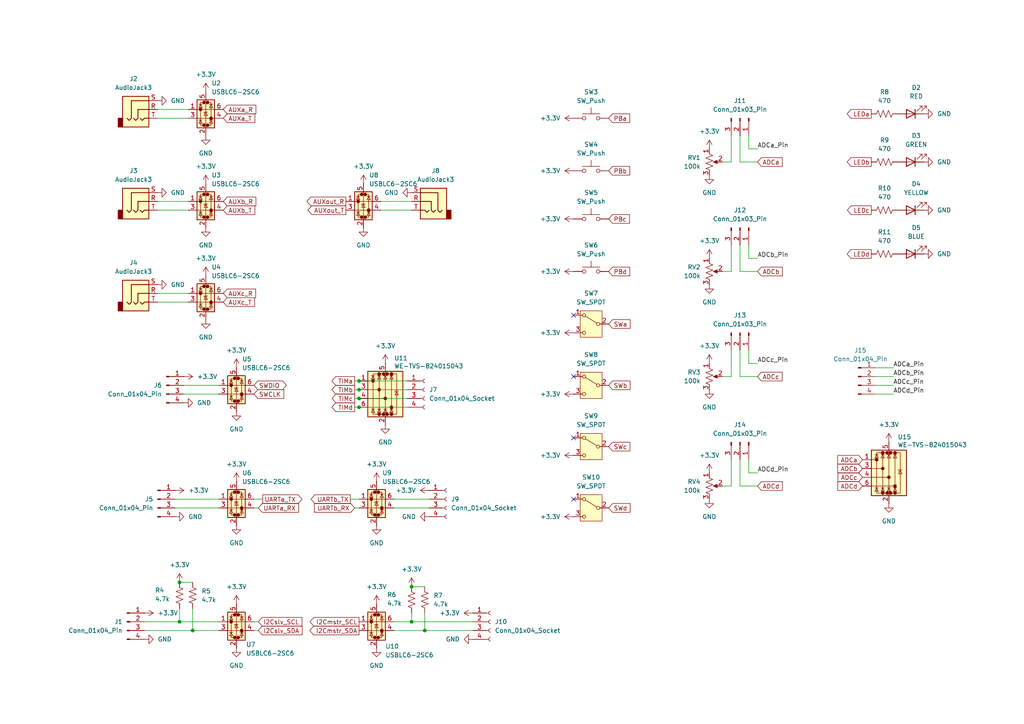
<source format=kicad_sch>
(kicad_sch (version 20250114) (generator "eeschema") (generator_version "9.0")
  (paper "A4")
  (lib_symbols
    (symbol "Connector:Conn_01x03_Pin" (pin_names (offset 1.016) (hide yes))
      (property "Reference" "J" (at 0 5.08 0))
      (property "Value" "Conn_01x03_Pin" (at 0 -5.08 0))
      (symbol "Conn_01x03_Pin_1_1"
        (pin passive line (at 5.08 2.54 180) (length 3.81) (name "Pin_1") (number "1"))
        (pin passive line (at 5.08 0 180) (length 3.81) (name "Pin_2") (number "2"))
        (pin passive line (at 5.08 -2.54 180) (length 3.81) (name "Pin_3") (number "3"))
      )
    )
    (symbol "Connector:Conn_01x04_Pin" (pin_names (offset 1.016) (hide yes))
      (property "Reference" "J" (at 0 5.08 0))
      (property "Value" "Conn_01x04_Pin" (at 0 -7.62 0))
      (symbol "Conn_01x04_Pin_1_1"
        (pin passive line (at 5.08 2.54 180) (length 3.81) (name "Pin_1") (number "1"))
        (pin passive line (at 5.08 0 180) (length 3.81) (name "Pin_2") (number "2"))
        (pin passive line (at 5.08 -2.54 180) (length 3.81) (name "Pin_3") (number "3"))
        (pin passive line (at 5.08 -5.08 180) (length 3.81) (name "Pin_4") (number "4"))
      )
    )
    (symbol "Connector:Conn_01x04_Socket" (pin_names (offset 1.016) (hide yes))
      (property "Reference" "J" (at 0 5.08 0))
      (property "Value" "Conn_01x04_Socket" (at 0 -7.62 0))
      (symbol "Conn_01x04_Socket_1_1"
        (pin passive line (at -5.08 2.54 0) (length 3.81) (name "Pin_1") (number "1"))
        (pin passive line (at -5.08 0 0) (length 3.81) (name "Pin_2") (number "2"))
        (pin passive line (at -5.08 -2.54 0) (length 3.81) (name "Pin_3") (number "3"))
        (pin passive line (at -5.08 -5.08 0) (length 3.81) (name "Pin_4") (number "4"))
      )
    )
    (symbol "Connector_Audio:AudioJack3"
      (property "Reference" "J" (at 0 8.89 0))
      (property "Value" "AudioJack3" (at 0 6.35 0))
      (symbol "AudioJack3_1_1"
        (pin passive line (at 5.08 2.54 180) (length 2.54) (name "~") (number "S"))
        (pin passive line (at 5.08 0 180) (length 2.54) (name "~") (number "R"))
        (pin passive line (at 5.08 -2.54 180) (length 2.54) (name "~") (number "T"))
      )
    )
    (symbol "Device:LED" (pin_numbers (hide yes)) (pin_names (offset 1.016) (hide yes))
      (property "Reference" "D" (at 0 2.54 0))
      (property "Value" "LED" (at 0 -2.54 0))
      (symbol "LED_1_1"
        (pin passive line (at -3.81 0 0) (length 2.54) (name "K") (number "1"))
        (pin passive line (at 3.81 0 180) (length 2.54) (name "A") (number "2"))
      )
    )
    (symbol "Device:R_Potentiometer_US" (pin_names (offset 1.016) (hide yes))
      (property "Reference" "RV" (at -4.445 0 90))
      (property "Value" "R_Potentiometer_US" (at -2.54 0 90))
      (symbol "R_Potentiometer_US_1_1"
        (pin passive line (at 0 3.81 270) (length 1.27) (name "1") (number "1"))
        (pin passive line (at 0 -3.81 90) (length 1.27) (name "3") (number "3"))
        (pin passive line (at 3.81 0 180) (length 1.27) (name "2") (number "2"))
      )
    )
    (symbol "Device:R_US" (pin_numbers (hide yes)) (pin_names (offset 0))
      (property "Reference" "R" (at 2.54 0 90))
      (property "Value" "R_US" (at -2.54 0 90))
      (symbol "R_US_1_1"
        (pin passive line (at 0 3.81 270) (length 1.27) (name "~") (number "1"))
        (pin passive line (at 0 -3.81 90) (length 1.27) (name "~") (number "2"))
      )
    )
    (symbol "Power_Protection:USBLC6-2SC6" (pin_names (hide yes))
      (property "Reference" "U" (at 0.635 5.715 0))
      (property "Value" "USBLC6-2SC6" (at 0.635 3.81 0))
      (symbol "USBLC6-2SC6_1_1"
        (pin passive line (at -5.08 0 0) (length 2.54) (name "I/O1") (number "1"))
        (pin passive line (at -5.08 -2.54 0) (length 2.54) (name "I/O2") (number "3"))
        (pin passive line (at 0 5.08 270) (length 2.54) (name "VBUS") (number "5"))
        (pin passive line (at 0 -7.62 90) (length 2.54) (name "GND") (number "2"))
        (pin passive line (at 5.08 0 180) (length 2.54) (name "I/O1") (number "6"))
        (pin passive line (at 5.08 -2.54 180) (length 2.54) (name "I/O2") (number "4"))
      )
    )
    (symbol "Power_Protection:WE-TVS-824015043" (pin_names (hide yes))
      (property "Reference" "U" (at 0 12.7 0))
      (property "Value" "WE-TVS-824015043" (at 0 10.16 0))
      (symbol "WE-TVS-824015043_1_1"
        (pin passive line (at -7.62 2.54 0) (length 2.54) (name "I/O1") (number "1"))
        (pin passive line (at -7.62 0 0) (length 2.54) (name "I/O2") (number "3"))
        (pin passive line (at -7.62 -2.54 0) (length 2.54) (name "I/O3") (number "4"))
        (pin passive line (at -7.62 -5.08 0) (length 2.54) (name "I/O4") (number "6"))
        (pin passive line (at 0 7.62 270) (length 2.54) (name "VBUS") (number "5"))
        (pin passive line (at 0 -10.16 90) (length 2.54) (name "GND") (number "2"))
      )
    )
    (symbol "Switch:SW_Push" (pin_numbers (hide yes)) (pin_names (offset 1.016) (hide yes))
      (property "Reference" "SW" (at 1.27 2.54 0))
      (property "Value" "SW_Push" (at 0 -1.524 0))
      (symbol "SW_Push_0_1"
        (pin passive line (at -5.08 0 0) (length 2.54) (name "1") (number "1"))
        (pin passive line (at 5.08 0 180) (length 2.54) (name "2") (number "2"))
      )
    )
    (symbol "Switch:SW_SPDT" (pin_names (offset 0) (hide yes))
      (property "Reference" "SW" (at 0 5.08 0))
      (property "Value" "SW_SPDT" (at 0 -5.08 0))
      (symbol "SW_SPDT_1_1"
        (pin passive line (at -5.08 0 0) (length 2.54) (name "B") (number "2"))
        (pin passive line (at 5.08 2.54 180) (length 2.54) (name "A") (number "1"))
        (pin passive line (at 5.08 -2.54 180) (length 2.54) (name "C") (number "3"))
      )
    )
    (symbol "power:+3.3V" (power) (pin_numbers (hide yes)) (pin_names (offset 0) (hide yes))
      (property "Value" "+3.3V" (at 0 3.556 0))
      (symbol "+3.3V_1_1"
        (pin power_in line (at 0 0 90) (length 0) (name "~") (number "1"))
      )
    )
    (symbol "power:GND" (power) (pin_numbers (hide yes)) (pin_names (offset 0) (hide yes))
      (property "Value" "GND" (at 0 -3.81 0))
      (symbol "GND_1_1"
        (pin power_in line (at 0 0 270) (length 0) (name "~") (number "1"))
      )
    )
  )
  (junction (at 119.38 180.34))
  (junction (at 104.14 115.57))
  (junction (at 104.14 110.49))
  (junction (at 119.38 170.18))
  (junction (at 55.88 182.88))
  (junction (at 123.19 182.88))
  (junction (at 52.07 180.34))
  (junction (at 104.14 118.11))
  (junction (at 52.07 168.91))
  (junction (at 104.14 113.03))
  (no_connect (at 166.37 91.44))
  (no_connect (at 166.37 127))
  (no_connect (at 166.37 144.78))
  (no_connect (at 166.37 109.22))
  (wire (pts (xy 217.17 105.41) (xy 217.17 101.6)))
  (wire (pts (xy 119.38 180.34) (xy 137.16 180.34)))
  (wire (pts (xy 214.63 46.99) (xy 219.71 46.99)))
  (wire (pts (xy 55.88 176.53) (xy 55.88 182.88)))
  (wire (pts (xy 217.17 137.16) (xy 217.17 133.35)))
  (wire (pts (xy 73.66 147.32) (xy 74.93 147.32)))
  (wire (pts (xy 63.5 111.76) (xy 53.34 111.76)))
  (wire (pts (xy 259.08 106.68) (xy 254 106.68)))
  (wire (pts (xy 114.3 144.78) (xy 124.46 144.78)))
  (wire (pts (xy 114.3 180.34) (xy 119.38 180.34)))
  (wire (pts (xy 219.71 137.16) (xy 217.17 137.16)))
  (wire (pts (xy 118.11 115.57) (xy 104.14 115.57)))
  (wire (pts (xy 212.09 133.35) (xy 212.09 140.97)))
  (wire (pts (xy 54.61 34.29) (xy 45.72 34.29)))
  (wire (pts (xy 214.63 109.22) (xy 219.71 109.22)))
  (wire (pts (xy 119.38 177.8) (xy 119.38 180.34)))
  (wire (pts (xy 102.87 147.32) (xy 104.14 147.32)))
  (wire (pts (xy 54.61 58.42) (xy 45.72 58.42)))
  (wire (pts (xy 118.11 113.03) (xy 104.14 113.03)))
  (wire (pts (xy 63.5 114.3) (xy 53.34 114.3)))
  (wire (pts (xy 63.5 144.78) (xy 50.8 144.78)))
  (wire (pts (xy 52.07 176.53) (xy 52.07 180.34)))
  (wire (pts (xy 104.14 110.49) (xy 102.87 110.49)))
  (wire (pts (xy 217.17 74.93) (xy 217.17 71.12)))
  (wire (pts (xy 123.19 177.8) (xy 123.19 182.88)))
  (wire (pts (xy 119.38 60.96) (xy 110.49 60.96)))
  (wire (pts (xy 259.08 111.76) (xy 254 111.76)))
  (wire (pts (xy 214.63 71.12) (xy 214.63 78.74)))
  (wire (pts (xy 212.09 78.74) (xy 209.55 78.74)))
  (wire (pts (xy 214.63 78.74) (xy 219.71 78.74)))
  (wire (pts (xy 76.2 144.78) (xy 73.66 144.78)))
  (wire (pts (xy 214.63 39.37) (xy 214.63 46.99)))
  (wire (pts (xy 259.08 114.3) (xy 254 114.3)))
  (wire (pts (xy 54.61 85.09) (xy 45.72 85.09)))
  (wire (pts (xy 54.61 31.75) (xy 45.72 31.75)))
  (wire (pts (xy 214.63 133.35) (xy 214.63 140.97)))
  (wire (pts (xy 118.11 118.11) (xy 104.14 118.11)))
  (wire (pts (xy 54.61 87.63) (xy 45.72 87.63)))
  (wire (pts (xy 50.8 147.32) (xy 63.5 147.32)))
  (wire (pts (xy 41.91 182.88) (xy 55.88 182.88)))
  (wire (pts (xy 212.09 101.6) (xy 212.09 109.22)))
  (wire (pts (xy 114.3 182.88) (xy 123.19 182.88)))
  (wire (pts (xy 123.19 182.88) (xy 137.16 182.88)))
  (wire (pts (xy 52.07 180.34) (xy 41.91 180.34)))
  (wire (pts (xy 104.14 115.57) (xy 102.87 115.57)))
  (wire (pts (xy 259.08 109.22) (xy 254 109.22)))
  (wire (pts (xy 74.93 180.34) (xy 73.66 180.34)))
  (wire (pts (xy 118.11 110.49) (xy 104.14 110.49)))
  (wire (pts (xy 219.71 74.93) (xy 217.17 74.93)))
  (wire (pts (xy 52.07 168.91) (xy 55.88 168.91)))
  (wire (pts (xy 212.09 46.99) (xy 209.55 46.99)))
  (wire (pts (xy 214.63 140.97) (xy 219.71 140.97)))
  (wire (pts (xy 214.63 101.6) (xy 214.63 109.22)))
  (wire (pts (xy 114.3 147.32) (xy 124.46 147.32)))
  (wire (pts (xy 212.09 39.37) (xy 212.09 46.99)))
  (wire (pts (xy 119.38 58.42) (xy 110.49 58.42)))
  (wire (pts (xy 119.38 170.18) (xy 123.19 170.18)))
  (wire (pts (xy 212.09 71.12) (xy 212.09 78.74)))
  (wire (pts (xy 52.07 180.34) (xy 63.5 180.34)))
  (wire (pts (xy 54.61 60.96) (xy 45.72 60.96)))
  (wire (pts (xy 104.14 118.11) (xy 102.87 118.11)))
  (wire (pts (xy 219.71 105.41) (xy 217.17 105.41)))
  (wire (pts (xy 212.09 109.22) (xy 209.55 109.22)))
  (wire (pts (xy 104.14 113.03) (xy 102.87 113.03)))
  (wire (pts (xy 217.17 43.18) (xy 217.17 39.37)))
  (wire (pts (xy 73.66 182.88) (xy 74.93 182.88)))
  (wire (pts (xy 219.71 43.18) (xy 217.17 43.18)))
  (wire (pts (xy 212.09 140.97) (xy 209.55 140.97)))
  (wire (pts (xy 55.88 182.88) (xy 63.5 182.88)))
  (wire (pts (xy 101.6 144.78) (xy 104.14 144.78)))
  (label "ADCc_Pin" (at 219.71 105.41 0))
  (label "ADCc_Pin" (at 259.08 111.76 0))
  (label "ADCb_Pin" (at 259.08 109.22 0))
  (label "ADCd_Pin" (at 219.71 137.16 0))
  (label "ADCd_Pin" (at 259.08 114.3 0))
  (label "ADCa_Pin" (at 219.71 43.18 0))
  (label "ADCb_Pin" (at 219.71 74.93 0))
  (label "ADCa_Pin" (at 259.08 106.68 0))
  (global_label "SWDIO" (shape bidirectional) (at 73.66 111.76 0) (property "Intersheetrefs" "${INTERSHEET_REFS}" (effects (hide yes))))
  (global_label "TIMb" (shape output) (at 102.87 113.03 180) (property "Intersheetrefs" "${INTERSHEET_REFS}" (effects (hide yes))))
  (global_label "UARTa_RX" (shape input) (at 74.93 147.32 0) (property "Intersheetrefs" "${INTERSHEET_REFS}" (effects (hide yes))))
  (global_label "AUXout_T" (shape output) (at 100.33 60.96 180) (property "Intersheetrefs" "${INTERSHEET_REFS}" (effects (hide yes))))
  (global_label "SWa" (shape input) (at 176.53 93.98 0) (property "Intersheetrefs" "${INTERSHEET_REFS}" (effects (hide yes))))
  (global_label "TIMc" (shape output) (at 102.87 115.57 180) (property "Intersheetrefs" "${INTERSHEET_REFS}" (effects (hide yes))))
  (global_label "LEDb" (shape output) (at 252.73 46.99 180) (property "Intersheetrefs" "${INTERSHEET_REFS}" (effects (hide yes))))
  (global_label "AUXc_T" (shape input) (at 64.77 87.63 0) (property "Intersheetrefs" "${INTERSHEET_REFS}" (effects (hide yes))))
  (global_label "ADCa" (shape input) (at 219.71 46.99 0) (property "Intersheetrefs" "${INTERSHEET_REFS}" (effects (hide yes))))
  (global_label "UARTb_RX" (shape input) (at 102.87 147.32 180) (property "Intersheetrefs" "${INTERSHEET_REFS}" (effects (hide yes))))
  (global_label "I2Cslv_SDA" (shape input) (at 74.93 182.88 0) (property "Intersheetrefs" "${INTERSHEET_REFS}" (effects (hide yes))))
  (global_label "UARTa_TX" (shape output) (at 76.2 144.78 0) (property "Intersheetrefs" "${INTERSHEET_REFS}" (effects (hide yes))))
  (global_label "I2Cmstr_SDA" (shape output) (at 104.14 182.88 180) (property "Intersheetrefs" "${INTERSHEET_REFS}" (effects (hide yes))))
  (global_label "I2Cmstr_SCL" (shape output) (at 104.14 180.34 180) (property "Intersheetrefs" "${INTERSHEET_REFS}" (effects (hide yes))))
  (global_label "AUXa_T" (shape input) (at 64.77 34.29 0) (property "Intersheetrefs" "${INTERSHEET_REFS}" (effects (hide yes))))
  (global_label "ADCb" (shape input) (at 250.19 135.89 180) (property "Intersheetrefs" "${INTERSHEET_REFS}" (effects (hide yes))))
  (global_label "PBc" (shape input) (at 176.53 63.5 0) (property "Intersheetrefs" "${INTERSHEET_REFS}" (effects (hide yes))))
  (global_label "SWd" (shape input) (at 176.53 147.32 0) (property "Intersheetrefs" "${INTERSHEET_REFS}" (effects (hide yes))))
  (global_label "ADCc" (shape input) (at 219.71 109.22 0) (property "Intersheetrefs" "${INTERSHEET_REFS}" (effects (hide yes))))
  (global_label "ADCd" (shape input) (at 250.19 140.97 180) (property "Intersheetrefs" "${INTERSHEET_REFS}" (effects (hide yes))))
  (global_label "LEDc" (shape output) (at 252.73 60.96 180) (property "Intersheetrefs" "${INTERSHEET_REFS}" (effects (hide yes))))
  (global_label "AUXb_T" (shape input) (at 64.77 60.96 0) (property "Intersheetrefs" "${INTERSHEET_REFS}" (effects (hide yes))))
  (global_label "ADCd" (shape input) (at 219.71 140.97 0) (property "Intersheetrefs" "${INTERSHEET_REFS}" (effects (hide yes))))
  (global_label "TIMd" (shape output) (at 102.87 118.11 180) (property "Intersheetrefs" "${INTERSHEET_REFS}" (effects (hide yes))))
  (global_label "AUXa_R" (shape input) (at 64.77 31.75 0) (property "Intersheetrefs" "${INTERSHEET_REFS}" (effects (hide yes))))
  (global_label "SWc" (shape input) (at 176.53 129.54 0) (property "Intersheetrefs" "${INTERSHEET_REFS}" (effects (hide yes))))
  (global_label "SWCLK" (shape input) (at 73.66 114.3 0) (property "Intersheetrefs" "${INTERSHEET_REFS}" (effects (hide yes))))
  (global_label "AUXb_R" (shape input) (at 64.77 58.42 0) (property "Intersheetrefs" "${INTERSHEET_REFS}" (effects (hide yes))))
  (global_label "LEDd" (shape output) (at 252.73 73.66 180) (property "Intersheetrefs" "${INTERSHEET_REFS}" (effects (hide yes))))
  (global_label "PBa" (shape input) (at 176.53 34.29 0) (property "Intersheetrefs" "${INTERSHEET_REFS}" (effects (hide yes))))
  (global_label "AUXc_R" (shape input) (at 64.77 85.09 0) (property "Intersheetrefs" "${INTERSHEET_REFS}" (effects (hide yes))))
  (global_label "AUXout_R" (shape output) (at 100.33 58.42 180) (property "Intersheetrefs" "${INTERSHEET_REFS}" (effects (hide yes))))
  (global_label "TIMa" (shape output) (at 102.87 110.49 180) (property "Intersheetrefs" "${INTERSHEET_REFS}" (effects (hide yes))))
  (global_label "ADCa" (shape input) (at 250.19 133.35 180) (property "Intersheetrefs" "${INTERSHEET_REFS}" (effects (hide yes))))
  (global_label "ADCb" (shape input) (at 219.71 78.74 0) (property "Intersheetrefs" "${INTERSHEET_REFS}" (effects (hide yes))))
  (global_label "UARTb_TX" (shape output) (at 101.6 144.78 180) (property "Intersheetrefs" "${INTERSHEET_REFS}" (effects (hide yes))))
  (global_label "LEDa" (shape output) (at 252.73 33.02 180) (property "Intersheetrefs" "${INTERSHEET_REFS}" (effects (hide yes))))
  (global_label "SWb" (shape input) (at 176.53 111.76 0) (property "Intersheetrefs" "${INTERSHEET_REFS}" (effects (hide yes))))
  (global_label "PBd" (shape input) (at 176.53 78.74 0) (property "Intersheetrefs" "${INTERSHEET_REFS}" (effects (hide yes))))
  (global_label "PBb" (shape input) (at 176.53 49.53 0) (property "Intersheetrefs" "${INTERSHEET_REFS}" (effects (hide yes))))
  (global_label "ADCc" (shape input) (at 250.19 138.43 180) (property "Intersheetrefs" "${INTERSHEET_REFS}" (effects (hide yes))))
  (global_label "I2Cslv_SCL" (shape input) (at 74.93 180.34 0) (property "Intersheetrefs" "${INTERSHEET_REFS}" (effects (hide yes))))
  (symbol (lib_id "Device:R_US") (at 119.38 173.99 0) (unit 1)
    (property "Reference" "R6" (at 112.268 172.466 0) (effects (justify left)))
    (property "Value" "4.7k" (at 112.268 175.006 0) (effects (justify left)))
    (property "Footprint" "Resistor_SMD:R_0603_1608Metric" (effects (hide yes)))
    (property "Description" "Resistor, US symbol" (effects (hide yes)))
  )
  (symbol (lib_id "Switch:SW_Push") (at 171.45 78.74 0) (unit 1)
    (property "Reference" "SW6" (at 171.45 71.12 0))
    (property "Value" "SW_Push" (at 171.45 73.66 0))
    (property "Footprint" "Button_Switch_SMD:SW_SPST_PTS647_Sx38" (effects (hide yes)))
    (property "Description" "Push button switch, generic, two pins" (effects (hide yes)))
  )
  (symbol (lib_id "Device:R_US") (at 256.54 33.02 90) (unit 1)
    (property "Reference" "R8" (at 256.54 26.67 90))
    (property "Value" "470" (at 256.54 29.21 90))
    (property "Footprint" "Resistor_SMD:R_0603_1608Metric" (effects (hide yes)))
    (property "Description" "Resistor, US symbol" (effects (hide yes)))
  )
  (symbol (lib_id "Device:R_Potentiometer_US") (at 205.74 140.97 0) (unit 1)
    (property "Reference" "RV4" (at 203.2 139.6999 0) (effects (justify right)))
    (property "Value" "100k" (at 203.2 142.2399 0) (effects (justify right)))
    (property "Footprint" "Potentiometer_THT:Potentiometer_ACP_CA6-H2,5_Horizontal" (effects (hide yes)))
    (property "Description" "Potentiometer, US symbol" (effects (hide yes)))
  )
  (symbol (lib_id "Device:R_Potentiometer_US") (at 205.74 78.74 0) (unit 1)
    (property "Reference" "RV2" (at 203.2 77.4699 0) (effects (justify right)))
    (property "Value" "100k" (at 203.2 80.0099 0) (effects (justify right)))
    (property "Footprint" "Potentiometer_THT:Potentiometer_ACP_CA6-H2,5_Horizontal" (effects (hide yes)))
    (property "Description" "Potentiometer, US symbol" (effects (hide yes)))
  )
  (symbol (lib_id "power:GND") (at 205.74 50.8 0) (unit 1)
    (property "Reference" "#PWR067" (effects (hide yes)))
    (property "Value" "GND" (at 205.74 55.88 0))
    (property "Description" "Power symbol creates a global label with name \"GND\" , ground" (effects (hide yes)))
  )
  (symbol (lib_id "Power_Protection:WE-TVS-824015043") (at 111.76 113.03 0) (unit 1)
    (property "Reference" "U11" (at 114.3 103.886 0) (effects (justify left)))
    (property "Value" "WE-TVS-824015043" (at 114.3 106.172 0) (effects (justify left)))
    (property "Footprint" "Package_TO_SOT_SMD:SOT-23-6" (effects (hide yes)))
    (property "Datasheet" "https://www.we-online.com/components/products/datasheet/824015043.pdf" (effects (hide yes)))
    (property "Description" "Low Capacitance TVS Diode Array, 2 Channels, SOT-23-6" (effects (hide yes)))
  )
  (symbol (lib_id "power:+3.3V") (at 59.69 53.34 0) (unit 1)
    (property "Reference" "#PWR034" (effects (hide yes)))
    (property "Value" "+3.3V" (at 59.69 48.26 0))
    (property "Description" "Power symbol creates a global label with name \"+3.3V\"" (effects (hide yes)))
  )
  (symbol (lib_id "Power_Protection:WE-TVS-824015043") (at 257.81 135.89 0) (unit 1)
    (property "Reference" "U15" (at 260.35 126.746 0) (effects (justify left)))
    (property "Value" "WE-TVS-824015043" (at 260.35 129.032 0) (effects (justify left)))
    (property "Footprint" "Package_TO_SOT_SMD:SOT-23-6" (effects (hide yes)))
    (property "Datasheet" "https://www.we-online.com/components/products/datasheet/824015043.pdf" (effects (hide yes)))
    (property "Description" "Low Capacitance TVS Diode Array, 2 Channels, SOT-23-6" (effects (hide yes)))
  )
  (symbol (lib_id "power:GND") (at 59.69 66.04 0) (unit 1)
    (property "Reference" "#PWR035" (effects (hide yes)))
    (property "Value" "GND" (at 59.69 71.12 0))
    (property "Description" "Power symbol creates a global label with name \"GND\" , ground" (effects (hide yes)))
  )
  (symbol (lib_id "Device:LED") (at 264.16 46.99 180) (unit 1)
    (property "Reference" "D3" (at 265.7475 39.37 0))
    (property "Value" "GREEN" (at 265.7475 41.91 0))
    (property "Footprint" "LED_SMD:LED_0805_2012Metric" (effects (hide yes)))
    (property "Description" "Light emitting diode" (effects (hide yes)))
    (property "Sim.Pins" "1=K 2=A" (effects (hide yes)))
  )
  (symbol (lib_id "Device:R_US") (at 256.54 73.66 90) (unit 1)
    (property "Reference" "R11" (at 256.54 67.31 90))
    (property "Value" "470" (at 256.54 69.85 90))
    (property "Footprint" "Resistor_SMD:R_0603_1608Metric" (effects (hide yes)))
    (property "Description" "Resistor, US symbol" (effects (hide yes)))
  )
  (symbol (lib_id "power:GND") (at 68.58 119.38 0) (unit 1)
    (property "Reference" "#PWR039" (effects (hide yes)))
    (property "Value" "GND" (at 68.58 124.46 0))
    (property "Description" "Power symbol creates a global label with name \"GND\" , ground" (effects (hide yes)))
  )
  (symbol (lib_id "Connector:Conn_01x04_Socket") (at 142.24 180.34 0) (unit 1)
    (property "Reference" "J10" (at 143.51 180.3399 0) (effects (justify left)))
    (property "Value" "Conn_01x04_Socket" (at 143.51 182.8799 0) (effects (justify left)))
    (property "Footprint" "Connector_PinSocket_2.54mm:PinSocket_1x04_P2.54mm_Vertical" (effects (hide yes)))
    (property "Description" "Generic connector, single row, 01x04, script generated" (effects (hide yes)))
  )
  (symbol (lib_id "power:GND") (at 41.91 185.42 90) (unit 1)
    (property "Reference" "#PWR023" (effects (hide yes)))
    (property "Value" "GND" (at 45.72 185.4199 90) (effects (justify right)))
    (property "Description" "Power symbol creates a global label with name \"GND\" , ground" (effects (hide yes)))
  )
  (symbol (lib_id "Connector_Audio:AudioJack3") (at 124.46 58.42 0) (mirror y) (unit 1)
    (property "Reference" "J8" (at 126.365 49.53 0))
    (property "Value" "AudioJack3" (at 126.365 52.07 0))
    (property "Footprint" "Connector_Audio:Jack_3.5mm_CUI_SJ-3523-SMT_Horizontal" (effects (hide yes)))
    (property "Description" "Audio Jack, 3 Poles (Stereo / TRS)" (effects (hide yes)))
  )
  (symbol (lib_id "power:+3.3V") (at 111.76 105.41 0) (unit 1)
    (property "Reference" "#PWR050" (effects (hide yes)))
    (property "Value" "+3.3V" (at 111.76 100.33 0))
    (property "Description" "Power symbol creates a global label with name \"+3.3V\"" (effects (hide yes)))
  )
  (symbol (lib_id "power:+3.3V") (at 59.69 80.01 0) (unit 1)
    (property "Reference" "#PWR036" (effects (hide yes)))
    (property "Value" "+3.3V" (at 59.69 74.93 0))
    (property "Description" "Power symbol creates a global label with name \"+3.3V\"" (effects (hide yes)))
  )
  (symbol (lib_id "Power_Protection:USBLC6-2SC6") (at 68.58 144.78 0) (unit 1)
    (property "Reference" "U6" (at 70.2311 137.16 0) (effects (justify left)))
    (property "Value" "USBLC6-2SC6" (at 70.2311 139.7 0) (effects (justify left)))
    (property "Footprint" "Package_TO_SOT_SMD:SOT-23-6" (effects (hide yes)))
    (property "Datasheet" "https://www.st.com/resource/en/datasheet/usblc6-2.pdf" (effects (hide yes)))
    (property "Description" "Very low capacitance ESD protection diode, 2 data-line, SOT-23-6" (effects (hide yes)))
  )
  (symbol (lib_id "power:+3.3V") (at 257.81 128.27 0) (unit 1)
    (property "Reference" "#PWR0116" (effects (hide yes)))
    (property "Value" "+3.3V" (at 257.81 123.19 0))
    (property "Description" "Power symbol creates a global label with name \"+3.3V\"" (effects (hide yes)))
  )
  (symbol (lib_id "Connector:Conn_01x04_Pin") (at 36.83 180.34 0) (unit 1)
    (property "Reference" "J1" (at 35.56 180.3399 0) (effects (justify right)))
    (property "Value" "Conn_01x04_Pin" (at 35.56 182.8799 0) (effects (justify right)))
    (property "Footprint" "Connector_PinHeader_2.54mm:PinHeader_1x04_P2.54mm_Vertical" (effects (hide yes)))
    (property "Description" "Generic connector, single row, 01x04, script generated" (effects (hide yes)))
  )
  (symbol (lib_id "Power_Protection:USBLC6-2SC6") (at 109.22 144.78 0) (unit 1)
    (property "Reference" "U9" (at 110.8711 137.16 0) (effects (justify left)))
    (property "Value" "USBLC6-2SC6" (at 110.8711 139.7 0) (effects (justify left)))
    (property "Footprint" "Package_TO_SOT_SMD:SOT-23-6" (effects (hide yes)))
    (property "Datasheet" "https://www.st.com/resource/en/datasheet/usblc6-2.pdf" (effects (hide yes)))
    (property "Description" "Very low capacitance ESD protection diode, 2 data-line, SOT-23-6" (effects (hide yes)))
  )
  (symbol (lib_id "Device:LED") (at 264.16 33.02 180) (unit 1)
    (property "Reference" "D2" (at 265.7475 25.4 0))
    (property "Value" "RED" (at 265.7475 27.94 0))
    (property "Footprint" "LED_SMD:LED_0805_2012Metric" (effects (hide yes)))
    (property "Description" "Light emitting diode" (effects (hide yes)))
    (property "Sim.Pins" "1=K 2=A" (effects (hide yes)))
  )
  (symbol (lib_id "Switch:SW_SPDT") (at 171.45 93.98 0) (mirror y) (unit 1)
    (property "Reference" "SW7" (at 171.45 85.09 0))
    (property "Value" "SW_SPDT" (at 171.45 87.63 0))
    (property "Footprint" "Button_Switch_SMD:SW_SPDT_PCM12" (effects (hide yes)))
    (property "Description" "Switch, single pole double throw" (effects (hide yes)))
  )
  (symbol (lib_id "power:+3.3V") (at 205.74 74.93 0) (unit 1)
    (property "Reference" "#PWR068" (effects (hide yes)))
    (property "Value" "+3.3V" (at 205.74 69.85 0))
    (property "Description" "Power symbol creates a global label with name \"+3.3V\"" (effects (hide yes)))
  )
  (symbol (lib_id "power:GND") (at 205.74 82.55 0) (unit 1)
    (property "Reference" "#PWR069" (effects (hide yes)))
    (property "Value" "GND" (at 205.74 87.63 0))
    (property "Description" "Power symbol creates a global label with name \"GND\" , ground" (effects (hide yes)))
  )
  (symbol (lib_id "power:GND") (at 205.74 113.03 0) (unit 1)
    (property "Reference" "#PWR071" (effects (hide yes)))
    (property "Value" "GND" (at 205.74 118.11 0))
    (property "Description" "Power symbol creates a global label with name \"GND\" , ground" (effects (hide yes)))
  )
  (symbol (lib_id "power:GND") (at 267.97 73.66 90) (unit 1)
    (property "Reference" "#PWR077" (effects (hide yes)))
    (property "Value" "GND" (at 271.78 73.6599 90) (effects (justify right)))
    (property "Description" "Power symbol creates a global label with name \"GND\" , ground" (effects (hide yes)))
  )
  (symbol (lib_id "power:GND") (at 59.69 92.71 0) (unit 1)
    (property "Reference" "#PWR037" (effects (hide yes)))
    (property "Value" "GND" (at 59.69 97.79 0))
    (property "Description" "Power symbol creates a global label with name \"GND\" , ground" (effects (hide yes)))
  )
  (symbol (lib_id "power:GND") (at 109.22 152.4 0) (unit 1)
    (property "Reference" "#PWR047" (effects (hide yes)))
    (property "Value" "GND" (at 109.22 157.48 0))
    (property "Description" "Power symbol creates a global label with name \"GND\" , ground" (effects (hide yes)))
  )
  (symbol (lib_id "Connector:Conn_01x04_Socket") (at 129.54 144.78 0) (unit 1)
    (property "Reference" "J9" (at 130.81 144.7799 0) (effects (justify left)))
    (property "Value" "Conn_01x04_Socket" (at 130.81 147.3199 0) (effects (justify left)))
    (property "Footprint" "Connector_PinSocket_2.54mm:PinSocket_1x04_P2.54mm_Vertical" (effects (hide yes)))
    (property "Description" "Generic connector, single row, 01x04, script generated" (effects (hide yes)))
  )
  (symbol (lib_id "power:+3.3V") (at 166.37 49.53 90) (unit 1)
    (property "Reference" "#PWR059" (effects (hide yes)))
    (property "Value" "+3.3V" (at 162.56 49.5299 90) (effects (justify left)))
    (property "Description" "Power symbol creates a global label with name \"+3.3V\"" (effects (hide yes)))
  )
  (symbol (lib_id "Switch:SW_SPDT") (at 171.45 129.54 0) (mirror y) (unit 1)
    (property "Reference" "SW9" (at 171.45 120.65 0))
    (property "Value" "SW_SPDT" (at 171.45 123.19 0))
    (property "Footprint" "Button_Switch_SMD:SW_SPDT_PCM12" (effects (hide yes)))
    (property "Description" "Switch, single pole double throw" (effects (hide yes)))
  )
  (symbol (lib_id "power:+3.3V") (at 166.37 78.74 90) (unit 1)
    (property "Reference" "#PWR061" (effects (hide yes)))
    (property "Value" "+3.3V" (at 162.56 78.7399 90) (effects (justify left)))
    (property "Description" "Power symbol creates a global label with name \"+3.3V\"" (effects (hide yes)))
  )
  (symbol (lib_id "power:+3.3V") (at 109.22 139.7 0) (unit 1)
    (property "Reference" "#PWR046" (effects (hide yes)))
    (property "Value" "+3.3V" (at 109.22 134.62 0))
    (property "Description" "Power symbol creates a global label with name \"+3.3V\"" (effects (hide yes)))
  )
  (symbol (lib_id "power:+3.3V") (at 124.46 142.24 90) (unit 1)
    (property "Reference" "#PWR054" (effects (hide yes)))
    (property "Value" "+3.3V" (at 120.65 142.2399 90) (effects (justify left)))
    (property "Description" "Power symbol creates a global label with name \"+3.3V\"" (effects (hide yes)))
  )
  (symbol (lib_id "Connector:Conn_01x04_Pin") (at 48.26 111.76 0) (unit 1)
    (property "Reference" "J6" (at 46.99 111.7599 0) (effects (justify right)))
    (property "Value" "Conn_01x04_Pin" (at 46.99 114.2999 0) (effects (justify right)))
    (property "Footprint" "Connector_PinHeader_2.54mm:PinHeader_1x04_P2.54mm_Vertical" (effects (hide yes)))
    (property "Description" "Generic connector, single row, 01x04, script generated" (effects (hide yes)))
  )
  (symbol (lib_id "Connector_Audio:AudioJack3") (at 40.64 58.42 0) (unit 1)
    (property "Reference" "J3" (at 38.735 49.53 0))
    (property "Value" "AudioJack3" (at 38.735 52.07 0))
    (property "Footprint" "Connector_Audio:Jack_3.5mm_CUI_SJ-3523-SMT_Horizontal" (effects (hide yes)))
    (property "Description" "Audio Jack, 3 Poles (Stereo / TRS)" (effects (hide yes)))
  )
  (symbol (lib_id "Power_Protection:USBLC6-2SC6") (at 59.69 85.09 0) (unit 1)
    (property "Reference" "U4" (at 61.3411 77.47 0) (effects (justify left)))
    (property "Value" "USBLC6-2SC6" (at 61.3411 80.01 0) (effects (justify left)))
    (property "Footprint" "Package_TO_SOT_SMD:SOT-23-6" (effects (hide yes)))
    (property "Datasheet" "https://www.st.com/resource/en/datasheet/usblc6-2.pdf" (effects (hide yes)))
    (property "Description" "Very low capacitance ESD protection diode, 2 data-line, SOT-23-6" (effects (hide yes)))
  )
  (symbol (lib_id "Device:R_US") (at 256.54 60.96 90) (unit 1)
    (property "Reference" "R10" (at 256.54 54.61 90))
    (property "Value" "470" (at 256.54 57.15 90))
    (property "Footprint" "Resistor_SMD:R_0603_1608Metric" (effects (hide yes)))
    (property "Description" "Resistor, US symbol" (effects (hide yes)))
  )
  (symbol (lib_id "Device:R_US") (at 55.88 172.72 0) (unit 1)
    (property "Reference" "R5" (at 58.42 171.4499 0) (effects (justify left)))
    (property "Value" "4.7k" (at 58.42 173.9899 0) (effects (justify left)))
    (property "Footprint" "Resistor_SMD:R_0603_1608Metric" (effects (hide yes)))
    (property "Description" "Resistor, US symbol" (effects (hide yes)))
  )
  (symbol (lib_id "power:+3.3V") (at 137.16 177.8 90) (unit 1)
    (property "Reference" "#PWR056" (effects (hide yes)))
    (property "Value" "+3.3V" (at 133.35 177.7999 90) (effects (justify left)))
    (property "Description" "Power symbol creates a global label with name \"+3.3V\"" (effects (hide yes)))
  )
  (symbol (lib_id "power:GND") (at 267.97 46.99 90) (unit 1)
    (property "Reference" "#PWR075" (effects (hide yes)))
    (property "Value" "GND" (at 271.78 46.9899 90) (effects (justify right)))
    (property "Description" "Power symbol creates a global label with name \"GND\" , ground" (effects (hide yes)))
  )
  (symbol (lib_id "power:GND") (at 124.46 149.86 270) (unit 1)
    (property "Reference" "#PWR055" (effects (hide yes)))
    (property "Value" "GND" (at 120.65 149.8599 90) (effects (justify right)))
    (property "Description" "Power symbol creates a global label with name \"GND\" , ground" (effects (hide yes)))
  )
  (symbol (lib_id "Device:LED") (at 264.16 60.96 180) (unit 1)
    (property "Reference" "D4" (at 265.7475 53.34 0))
    (property "Value" "YELLOW" (at 265.7475 55.88 0))
    (property "Footprint" "LED_SMD:LED_0805_2012Metric" (effects (hide yes)))
    (property "Description" "Light emitting diode" (effects (hide yes)))
    (property "Sim.Pins" "1=K 2=A" (effects (hide yes)))
  )
  (symbol (lib_id "power:GND") (at 119.38 55.88 270) (unit 1)
    (property "Reference" "#PWR052" (effects (hide yes)))
    (property "Value" "GND" (at 115.57 55.8799 90) (effects (justify right)))
    (property "Description" "Power symbol creates a global label with name \"GND\" , ground" (effects (hide yes)))
  )
  (symbol (lib_id "Connector:Conn_01x04_Socket") (at 123.19 113.03 0) (unit 1)
    (property "Reference" "J7" (at 124.46 113.0299 0) (effects (justify left)))
    (property "Value" "Conn_01x04_Socket" (at 124.46 115.5699 0) (effects (justify left)))
    (property "Footprint" "Connector_PinSocket_2.54mm:PinSocket_1x04_P2.54mm_Vertical" (effects (hide yes)))
    (property "Description" "Generic connector, single row, 01x04, script generated" (effects (hide yes)))
  )
  (symbol (lib_id "Connector:Conn_01x04_Pin") (at 248.92 109.22 0) (unit 1)
    (property "Reference" "J15" (at 249.555 101.6 0))
    (property "Value" "Conn_01x04_Pin" (at 249.555 104.14 0))
    (property "Footprint" "Connector_PinHeader_2.54mm:PinHeader_1x04_P2.54mm_Vertical" (effects (hide yes)))
    (property "Description" "Generic connector, single row, 01x04, script generated" (effects (hide yes)))
  )
  (symbol (lib_id "Power_Protection:USBLC6-2SC6") (at 105.41 58.42 0) (unit 1)
    (property "Reference" "U8" (at 107.0611 50.8 0) (effects (justify left)))
    (property "Value" "USBLC6-2SC6" (at 107.0611 53.34 0) (effects (justify left)))
    (property "Footprint" "Package_TO_SOT_SMD:SOT-23-6" (effects (hide yes)))
    (property "Datasheet" "https://www.st.com/resource/en/datasheet/usblc6-2.pdf" (effects (hide yes)))
    (property "Description" "Very low capacitance ESD protection diode, 2 data-line, SOT-23-6" (effects (hide yes)))
  )
  (symbol (lib_id "power:+3.3V") (at 52.07 168.91 0) (unit 1)
    (property "Reference" "#PWR029" (effects (hide yes)))
    (property "Value" "+3.3V" (at 52.07 163.83 0))
    (property "Description" "Power symbol creates a global label with name \"+3.3V\"" (effects (hide yes)))
  )
  (symbol (lib_id "Device:R_Potentiometer_US") (at 205.74 109.22 0) (unit 1)
    (property "Reference" "RV3" (at 203.2 107.9499 0) (effects (justify right)))
    (property "Value" "100k" (at 203.2 110.4899 0) (effects (justify right)))
    (property "Footprint" "Potentiometer_THT:Potentiometer_ACP_CA6-H2,5_Horizontal" (effects (hide yes)))
    (property "Description" "Potentiometer, US symbol" (effects (hide yes)))
  )
  (symbol (lib_id "Power_Protection:USBLC6-2SC6") (at 109.22 180.34 0) (unit 1)
    (property "Reference" "U10" (at 111.76 187.452 0) (effects (justify left)))
    (property "Value" "USBLC6-2SC6" (at 111.76 189.992 0) (effects (justify left)))
    (property "Footprint" "Package_TO_SOT_SMD:SOT-23-6" (effects (hide yes)))
    (property "Datasheet" "https://www.st.com/resource/en/datasheet/usblc6-2.pdf" (effects (hide yes)))
    (property "Description" "Very low capacitance ESD protection diode, 2 data-line, SOT-23-6" (effects (hide yes)))
  )
  (symbol (lib_id "Power_Protection:USBLC6-2SC6") (at 59.69 58.42 0) (unit 1)
    (property "Reference" "U3" (at 61.3411 50.8 0) (effects (justify left)))
    (property "Value" "USBLC6-2SC6" (at 61.3411 53.34 0) (effects (justify left)))
    (property "Footprint" "Package_TO_SOT_SMD:SOT-23-6" (effects (hide yes)))
    (property "Datasheet" "https://www.st.com/resource/en/datasheet/usblc6-2.pdf" (effects (hide yes)))
    (property "Description" "Very low capacitance ESD protection diode, 2 data-line, SOT-23-6" (effects (hide yes)))
  )
  (symbol (lib_id "Connector_Audio:AudioJack3") (at 40.64 31.75 0) (unit 1)
    (property "Reference" "J2" (at 38.735 22.86 0))
    (property "Value" "AudioJack3" (at 38.735 25.4 0))
    (property "Footprint" "Connector_Audio:Jack_3.5mm_CUI_SJ-3523-SMT_Horizontal" (effects (hide yes)))
    (property "Description" "Audio Jack, 3 Poles (Stereo / TRS)" (effects (hide yes)))
  )
  (symbol (lib_id "power:GND") (at 68.58 152.4 0) (unit 1)
    (property "Reference" "#PWR041" (effects (hide yes)))
    (property "Value" "GND" (at 68.58 157.48 0))
    (property "Description" "Power symbol creates a global label with name \"GND\" , ground" (effects (hide yes)))
  )
  (symbol (lib_id "power:+3.3V") (at 109.22 175.26 0) (unit 1)
    (property "Reference" "#PWR048" (effects (hide yes)))
    (property "Value" "+3.3V" (at 109.22 170.18 0))
    (property "Description" "Power symbol creates a global label with name \"+3.3V\"" (effects (hide yes)))
  )
  (symbol (lib_id "power:GND") (at 267.97 60.96 90) (unit 1)
    (property "Reference" "#PWR076" (effects (hide yes)))
    (property "Value" "GND" (at 271.78 60.9599 90) (effects (justify right)))
    (property "Description" "Power symbol creates a global label with name \"GND\" , ground" (effects (hide yes)))
  )
  (symbol (lib_id "Connector:Conn_01x03_Pin") (at 214.63 34.29 270) (unit 1)
    (property "Reference" "J11" (at 214.63 29.21 90))
    (property "Value" "Conn_01x03_Pin" (at 214.63 31.75 90))
    (property "Footprint" "Connector_PinHeader_2.54mm:PinHeader_1x03_P2.54mm_Vertical" (effects (hide yes)))
    (property "Description" "Generic connector, single row, 01x03, script generated" (effects (hide yes)))
  )
  (symbol (lib_id "power:+3.3V") (at 68.58 139.7 0) (unit 1)
    (property "Reference" "#PWR040" (effects (hide yes)))
    (property "Value" "+3.3V" (at 68.58 134.62 0))
    (property "Description" "Power symbol creates a global label with name \"+3.3V\"" (effects (hide yes)))
  )
  (symbol (lib_id "Connector_Audio:AudioJack3") (at 40.64 85.09 0) (unit 1)
    (property "Reference" "J4" (at 38.735 76.2 0))
    (property "Value" "AudioJack3" (at 38.735 78.74 0))
    (property "Footprint" "Connector_Audio:Jack_3.5mm_CUI_SJ-3523-SMT_Horizontal" (effects (hide yes)))
    (property "Description" "Audio Jack, 3 Poles (Stereo / TRS)" (effects (hide yes)))
  )
  (symbol (lib_id "power:GND") (at 109.22 187.96 0) (unit 1)
    (property "Reference" "#PWR049" (effects (hide yes)))
    (property "Value" "GND" (at 109.22 193.04 0))
    (property "Description" "Power symbol creates a global label with name \"GND\" , ground" (effects (hide yes)))
  )
  (symbol (lib_id "Device:R_Potentiometer_US") (at 205.74 46.99 0) (unit 1)
    (property "Reference" "RV1" (at 203.2 45.7199 0) (effects (justify right)))
    (property "Value" "100k" (at 203.2 48.2599 0) (effects (justify right)))
    (property "Footprint" "Potentiometer_THT:Potentiometer_ACP_CA6-H2,5_Horizontal" (effects (hide yes)))
    (property "Description" "Potentiometer, US symbol" (effects (hide yes)))
  )
  (symbol (lib_id "power:+3.3V") (at 166.37 63.5 90) (unit 1)
    (property "Reference" "#PWR060" (effects (hide yes)))
    (property "Value" "+3.3V" (at 162.56 63.4999 90) (effects (justify left)))
    (property "Description" "Power symbol creates a global label with name \"+3.3V\"" (effects (hide yes)))
  )
  (symbol (lib_id "power:GND") (at 105.41 66.04 0) (unit 1)
    (property "Reference" "#PWR045" (effects (hide yes)))
    (property "Value" "GND" (at 105.41 71.12 0))
    (property "Description" "Power symbol creates a global label with name \"GND\" , ground" (effects (hide yes)))
  )
  (symbol (lib_id "power:+3.3V") (at 68.58 106.68 0) (unit 1)
    (property "Reference" "#PWR038" (effects (hide yes)))
    (property "Value" "+3.3V" (at 68.58 101.6 0))
    (property "Description" "Power symbol creates a global label with name \"+3.3V\"" (effects (hide yes)))
  )
  (symbol (lib_id "power:GND") (at 68.58 187.96 0) (unit 1)
    (property "Reference" "#PWR043" (effects (hide yes)))
    (property "Value" "GND" (at 68.58 193.04 0))
    (property "Description" "Power symbol creates a global label with name \"GND\" , ground" (effects (hide yes)))
  )
  (symbol (lib_id "Switch:SW_Push") (at 171.45 49.53 0) (unit 1)
    (property "Reference" "SW4" (at 171.45 41.91 0))
    (property "Value" "SW_Push" (at 171.45 44.45 0))
    (property "Footprint" "Button_Switch_SMD:SW_SPST_PTS647_Sx38" (effects (hide yes)))
    (property "Description" "Push button switch, generic, two pins" (effects (hide yes)))
  )
  (symbol (lib_id "Device:R_US") (at 256.54 46.99 90) (unit 1)
    (property "Reference" "R9" (at 256.54 40.64 90))
    (property "Value" "470" (at 256.54 43.18 90))
    (property "Footprint" "Resistor_SMD:R_0603_1608Metric" (effects (hide yes)))
    (property "Description" "Resistor, US symbol" (effects (hide yes)))
  )
  (symbol (lib_id "Switch:SW_SPDT") (at 171.45 111.76 0) (mirror y) (unit 1)
    (property "Reference" "SW8" (at 171.45 102.87 0))
    (property "Value" "SW_SPDT" (at 171.45 105.41 0))
    (property "Footprint" "Button_Switch_SMD:SW_SPDT_PCM12" (effects (hide yes)))
    (property "Description" "Switch, single pole double throw" (effects (hide yes)))
  )
  (symbol (lib_id "power:GND") (at 45.72 29.21 90) (unit 1)
    (property "Reference" "#PWR024" (effects (hide yes)))
    (property "Value" "GND" (at 49.53 29.2099 90) (effects (justify right)))
    (property "Description" "Power symbol creates a global label with name \"GND\" , ground" (effects (hide yes)))
  )
  (symbol (lib_id "power:+3.3V") (at 205.74 105.41 0) (unit 1)
    (property "Reference" "#PWR070" (effects (hide yes)))
    (property "Value" "+3.3V" (at 205.74 100.33 0))
    (property "Description" "Power symbol creates a global label with name \"+3.3V\"" (effects (hide yes)))
  )
  (symbol (lib_id "power:+3.3V") (at 53.34 109.22 270) (mirror x) (unit 1)
    (property "Reference" "#PWR030" (effects (hide yes)))
    (property "Value" "+3.3V" (at 57.15 109.2199 90) (effects (justify left)))
    (property "Description" "Power symbol creates a global label with name \"+3.3V\"" (effects (hide yes)))
  )
  (symbol (lib_id "Device:R_US") (at 123.19 173.99 0) (unit 1)
    (property "Reference" "R7" (at 125.73 172.7199 0) (effects (justify left)))
    (property "Value" "4.7k" (at 125.73 175.2599 0) (effects (justify left)))
    (property "Footprint" "Resistor_SMD:R_0603_1608Metric" (effects (hide yes)))
    (property "Description" "Resistor, US symbol" (effects (hide yes)))
  )
  (symbol (lib_id "power:+3.3V") (at 119.38 170.18 0) (unit 1)
    (property "Reference" "#PWR053" (effects (hide yes)))
    (property "Value" "+3.3V" (at 119.38 165.1 0))
    (property "Description" "Power symbol creates a global label with name \"+3.3V\"" (effects (hide yes)))
  )
  (symbol (lib_id "power:+3.3V") (at 68.58 175.26 0) (unit 1)
    (property "Reference" "#PWR042" (effects (hide yes)))
    (property "Value" "+3.3V" (at 68.58 170.18 0))
    (property "Description" "Power symbol creates a global label with name \"+3.3V\"" (effects (hide yes)))
  )
  (symbol (lib_id "power:+3.3V") (at 59.69 26.67 0) (unit 1)
    (property "Reference" "#PWR032" (effects (hide yes)))
    (property "Value" "+3.3V" (at 59.69 21.59 0))
    (property "Description" "Power symbol creates a global label with name \"+3.3V\"" (effects (hide yes)))
  )
  (symbol (lib_id "Switch:SW_Push") (at 171.45 63.5 0) (unit 1)
    (property "Reference" "SW5" (at 171.45 55.88 0))
    (property "Value" "SW_Push" (at 171.45 58.42 0))
    (property "Footprint" "Button_Switch_SMD:SW_SPST_PTS647_Sx38" (effects (hide yes)))
    (property "Description" "Push button switch, generic, two pins" (effects (hide yes)))
  )
  (symbol (lib_id "power:GND") (at 59.69 39.37 0) (unit 1)
    (property "Reference" "#PWR033" (effects (hide yes)))
    (property "Value" "GND" (at 59.69 44.45 0))
    (property "Description" "Power symbol creates a global label with name \"GND\" , ground" (effects (hide yes)))
  )
  (symbol (lib_id "power:+3.3V") (at 50.8 142.24 270) (unit 1)
    (property "Reference" "#PWR027" (effects (hide yes)))
    (property "Value" "+3.3V" (at 54.61 142.2399 90) (effects (justify left)))
    (property "Description" "Power symbol creates a global label with name \"+3.3V\"" (effects (hide yes)))
  )
  (symbol (lib_id "power:+3.3V") (at 166.37 96.52 90) (unit 1)
    (property "Reference" "#PWR062" (effects (hide yes)))
    (property "Value" "+3.3V" (at 162.56 96.5199 90) (effects (justify left)))
    (property "Description" "Power symbol creates a global label with name \"+3.3V\"" (effects (hide yes)))
  )
  (symbol (lib_id "Connector:Conn_01x03_Pin") (at 214.63 66.04 270) (unit 1)
    (property "Reference" "J12" (at 214.63 60.96 90))
    (property "Value" "Conn_01x03_Pin" (at 214.63 63.5 90))
    (property "Footprint" "Connector_PinHeader_2.54mm:PinHeader_1x03_P2.54mm_Vertical" (effects (hide yes)))
    (property "Description" "Generic connector, single row, 01x03, script generated" (effects (hide yes)))
  )
  (symbol (lib_id "power:GND") (at 267.97 33.02 90) (unit 1)
    (property "Reference" "#PWR074" (effects (hide yes)))
    (property "Value" "GND" (at 271.78 33.0199 90) (effects (justify right)))
    (property "Description" "Power symbol creates a global label with name \"GND\" , ground" (effects (hide yes)))
  )
  (symbol (lib_id "power:+3.3V") (at 166.37 149.86 90) (unit 1)
    (property "Reference" "#PWR065" (effects (hide yes)))
    (property "Value" "+3.3V" (at 162.56 149.8599 90) (effects (justify left)))
    (property "Description" "Power symbol creates a global label with name \"+3.3V\"" (effects (hide yes)))
  )
  (symbol (lib_id "Connector:Conn_01x04_Pin") (at 45.72 144.78 0) (unit 1)
    (property "Reference" "J5" (at 44.45 144.7799 0) (effects (justify right)))
    (property "Value" "Conn_01x04_Pin" (at 44.45 147.3199 0) (effects (justify right)))
    (property "Footprint" "Connector_PinHeader_2.54mm:PinHeader_1x04_P2.54mm_Vertical" (effects (hide yes)))
    (property "Description" "Generic connector, single row, 01x04, script generated" (effects (hide yes)))
  )
  (symbol (lib_id "power:+3.3V") (at 205.74 137.16 0) (unit 1)
    (property "Reference" "#PWR072" (effects (hide yes)))
    (property "Value" "+3.3V" (at 205.74 132.08 0))
    (property "Description" "Power symbol creates a global label with name \"+3.3V\"" (effects (hide yes)))
  )
  (symbol (lib_id "Connector:Conn_01x03_Pin") (at 214.63 96.52 270) (unit 1)
    (property "Reference" "J13" (at 214.63 91.44 90))
    (property "Value" "Conn_01x03_Pin" (at 214.63 93.98 90))
    (property "Footprint" "Connector_PinHeader_2.54mm:PinHeader_1x03_P2.54mm_Vertical" (effects (hide yes)))
    (property "Description" "Generic connector, single row, 01x03, script generated" (effects (hide yes)))
  )
  (symbol (lib_id "power:GND") (at 50.8 149.86 90) (unit 1)
    (property "Reference" "#PWR028" (effects (hide yes)))
    (property "Value" "GND" (at 54.61 149.8599 90) (effects (justify right)))
    (property "Description" "Power symbol creates a global label with name \"GND\" , ground" (effects (hide yes)))
  )
  (symbol (lib_id "power:+3.3V") (at 105.41 53.34 0) (unit 1)
    (property "Reference" "#PWR044" (effects (hide yes)))
    (property "Value" "+3.3V" (at 105.41 48.26 0))
    (property "Description" "Power symbol creates a global label with name \"+3.3V\"" (effects (hide yes)))
  )
  (symbol (lib_id "Power_Protection:USBLC6-2SC6") (at 68.58 180.34 0) (unit 1)
    (property "Reference" "U7" (at 71.374 186.944 0) (effects (justify left)))
    (property "Value" "USBLC6-2SC6" (at 71.374 189.484 0) (effects (justify left)))
    (property "Footprint" "Package_TO_SOT_SMD:SOT-23-6" (effects (hide yes)))
    (property "Datasheet" "https://www.st.com/resource/en/datasheet/usblc6-2.pdf" (effects (hide yes)))
    (property "Description" "Very low capacitance ESD protection diode, 2 data-line, SOT-23-6" (effects (hide yes)))
  )
  (symbol (lib_id "power:+3.3V") (at 166.37 34.29 90) (unit 1)
    (property "Reference" "#PWR058" (effects (hide yes)))
    (property "Value" "+3.3V" (at 162.56 34.2899 90) (effects (justify left)))
    (property "Description" "Power symbol creates a global label with name \"+3.3V\"" (effects (hide yes)))
  )
  (symbol (lib_id "power:+3.3V") (at 41.91 177.8 270) (unit 1)
    (property "Reference" "#PWR022" (effects (hide yes)))
    (property "Value" "+3.3V" (at 45.72 177.7999 90) (effects (justify left)))
    (property "Description" "Power symbol creates a global label with name \"+3.3V\"" (effects (hide yes)))
  )
  (symbol (lib_id "Switch:SW_SPDT") (at 171.45 147.32 0) (mirror y) (unit 1)
    (property "Reference" "SW10" (at 171.45 138.43 0))
    (property "Value" "SW_SPDT" (at 171.45 140.97 0))
    (property "Footprint" "Button_Switch_SMD:SW_SPDT_PCM12" (effects (hide yes)))
    (property "Description" "Switch, single pole double throw" (effects (hide yes)))
  )
  (symbol (lib_id "Switch:SW_Push") (at 171.45 34.29 0) (unit 1)
    (property "Reference" "SW3" (at 171.45 26.67 0))
    (property "Value" "SW_Push" (at 171.45 29.21 0))
    (property "Footprint" "Button_Switch_SMD:SW_SPST_PTS647_Sx38" (effects (hide yes)))
    (property "Description" "Push button switch, generic, two pins" (effects (hide yes)))
  )
  (symbol (lib_id "Power_Protection:USBLC6-2SC6") (at 59.69 31.75 0) (unit 1)
    (property "Reference" "U2" (at 61.3411 24.13 0) (effects (justify left)))
    (property "Value" "USBLC6-2SC6" (at 61.3411 26.67 0) (effects (justify left)))
    (property "Footprint" "Package_TO_SOT_SMD:SOT-23-6" (effects (hide yes)))
    (property "Datasheet" "https://www.st.com/resource/en/datasheet/usblc6-2.pdf" (effects (hide yes)))
    (property "Description" "Very low capacitance ESD protection diode, 2 data-line, SOT-23-6" (effects (hide yes)))
  )
  (symbol (lib_id "power:GND") (at 45.72 82.55 90) (unit 1)
    (property "Reference" "#PWR026" (effects (hide yes)))
    (property "Value" "GND" (at 49.53 82.5499 90) (effects (justify right)))
    (property "Description" "Power symbol creates a global label with name \"GND\" , ground" (effects (hide yes)))
  )
  (symbol (lib_id "Device:R_US") (at 52.07 172.72 0) (unit 1)
    (property "Reference" "R4" (at 44.958 171.196 0) (effects (justify left)))
    (property "Value" "4.7k" (at 44.958 173.736 0) (effects (justify left)))
    (property "Footprint" "Resistor_SMD:R_0603_1608Metric" (effects (hide yes)))
    (property "Description" "Resistor, US symbol" (effects (hide yes)))
  )
  (symbol (lib_id "power:+3.3V") (at 166.37 132.08 90) (unit 1)
    (property "Reference" "#PWR064" (effects (hide yes)))
    (property "Value" "+3.3V" (at 162.56 132.0799 90) (effects (justify left)))
    (property "Description" "Power symbol creates a global label with name \"+3.3V\"" (effects (hide yes)))
  )
  (symbol (lib_id "power:GND") (at 111.76 123.19 0) (unit 1)
    (property "Reference" "#PWR051" (effects (hide yes)))
    (property "Value" "GND" (at 111.76 128.27 0))
    (property "Description" "Power symbol creates a global label with name \"GND\" , ground" (effects (hide yes)))
  )
  (symbol (lib_id "Power_Protection:USBLC6-2SC6") (at 68.58 111.76 0) (unit 1)
    (property "Reference" "U5" (at 70.2311 104.14 0) (effects (justify left)))
    (property "Value" "USBLC6-2SC6" (at 70.2311 106.68 0) (effects (justify left)))
    (property "Footprint" "Package_TO_SOT_SMD:SOT-23-6" (effects (hide yes)))
    (property "Datasheet" "https://www.st.com/resource/en/datasheet/usblc6-2.pdf" (effects (hide yes)))
    (property "Description" "Very low capacitance ESD protection diode, 2 data-line, SOT-23-6" (effects (hide yes)))
  )
  (symbol (lib_id "power:GND") (at 45.72 55.88 90) (unit 1)
    (property "Reference" "#PWR025" (effects (hide yes)))
    (property "Value" "GND" (at 49.53 55.8799 90) (effects (justify right)))
    (property "Description" "Power symbol creates a global label with name \"GND\" , ground" (effects (hide yes)))
  )
  (symbol (lib_id "power:+3.3V") (at 166.37 114.3 90) (unit 1)
    (property "Reference" "#PWR063" (effects (hide yes)))
    (property "Value" "+3.3V" (at 162.56 114.2999 90) (effects (justify left)))
    (property "Description" "Power symbol creates a global label with name \"+3.3V\"" (effects (hide yes)))
  )
  (symbol (lib_id "Device:LED") (at 264.16 73.66 180) (unit 1)
    (property "Reference" "D5" (at 265.7475 66.04 0))
    (property "Value" "BLUE" (at 265.7475 68.58 0))
    (property "Footprint" "LED_SMD:LED_0805_2012Metric" (effects (hide yes)))
    (property "Description" "Light emitting diode" (effects (hide yes)))
    (property "Sim.Pins" "1=K 2=A" (effects (hide yes)))
  )
  (symbol (lib_id "power:+3.3V") (at 205.74 43.18 0) (unit 1)
    (property "Reference" "#PWR066" (effects (hide yes)))
    (property "Value" "+3.3V" (at 205.74 38.1 0))
    (property "Description" "Power symbol creates a global label with name \"+3.3V\"" (effects (hide yes)))
  )
  (symbol (lib_id "Connector:Conn_01x03_Pin") (at 214.63 128.27 270) (unit 1)
    (property "Reference" "J14" (at 214.63 123.19 90))
    (property "Value" "Conn_01x03_Pin" (at 214.63 125.73 90))
    (property "Footprint" "Connector_PinHeader_2.54mm:PinHeader_1x03_P2.54mm_Vertical" (effects (hide yes)))
    (property "Description" "Generic connector, single row, 01x03, script generated" (effects (hide yes)))
  )
  (symbol (lib_id "power:GND") (at 137.16 185.42 270) (unit 1)
    (property "Reference" "#PWR057" (effects (hide yes)))
    (property "Value" "GND" (at 133.35 185.4199 90) (effects (justify right)))
    (property "Description" "Power symbol creates a global label with name \"GND\" , ground" (effects (hide yes)))
  )
  (symbol (lib_id "power:GND") (at 257.81 146.05 0) (unit 1)
    (property "Reference" "#PWR0117" (effects (hide yes)))
    (property "Value" "GND" (at 257.81 151.13 0))
    (property "Description" "Power symbol creates a global label with name \"GND\" , ground" (effects (hide yes)))
  )
  (symbol (lib_id "power:GND") (at 205.74 144.78 0) (unit 1)
    (property "Reference" "#PWR073" (effects (hide yes)))
    (property "Value" "GND" (at 205.74 149.86 0))
    (property "Description" "Power symbol creates a global label with name \"GND\" , ground" (effects (hide yes)))
  )
  (symbol (lib_id "power:GND") (at 53.34 116.84 90) (mirror x) (unit 1)
    (property "Reference" "#PWR031" (effects (hide yes)))
    (property "Value" "GND" (at 57.15 116.8399 90) (effects (justify right)))
    (property "Description" "Power symbol creates a global label with name \"GND\" , ground" (effects (hide yes)))
  )
)
</source>
